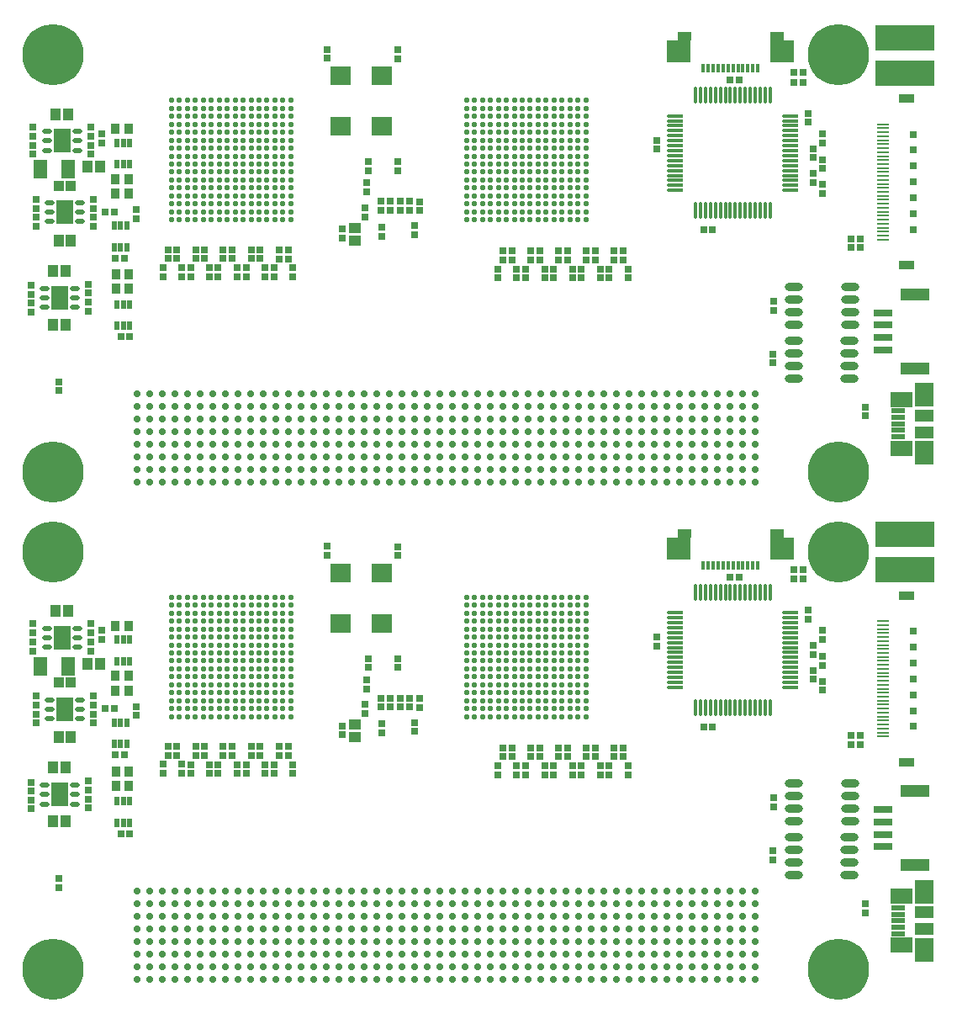
<source format=gts>
G04 Layer_Color=8388736*
%FSLAX44Y44*%
%MOMM*%
G71*
G01*
G75*
%ADD89R,0.7100X0.7100*%
%ADD90R,0.8000X0.8000*%
%ADD91R,0.8000X0.8000*%
%ADD92O,1.6400X0.3700*%
%ADD93O,0.3700X1.6400*%
%ADD94R,1.9800X1.2550*%
%ADD95R,1.9800X2.4550*%
%ADD96R,2.1800X1.5550*%
%ADD97R,1.4600X0.5300*%
%ADD98R,1.1800X0.2800*%
%ADD99R,1.6300X0.8800*%
%ADD100R,0.7600X0.6600*%
%ADD101R,0.7100X0.7100*%
%ADD102R,0.9600X1.1100*%
%ADD103R,0.5500X0.9000*%
%ADD104R,1.7300X2.4800*%
%ADD105O,0.9800X0.4800*%
%ADD106R,1.1100X1.1600*%
%ADD107R,1.0300X1.0800*%
%ADD108R,1.1600X1.1100*%
%ADD109R,2.1400X1.9400*%
%ADD110C,0.5600*%
%ADD111C,0.7350*%
%ADD112R,0.3800X0.8800*%
%ADD113R,1.3800X0.9300*%
%ADD114R,2.4800X2.2800*%
%ADD115O,1.8100X0.8100*%
%ADD116R,2.8600X1.1600*%
%ADD117R,1.8600X0.7600*%
%ADD118R,1.4800X1.8800*%
%ADD119R,5.9600X2.6100*%
%ADD120C,0.1600*%
%ADD121C,6.1600*%
D89*
X607280Y559885D02*
D03*
Y550885D02*
D03*
X376780Y557885D02*
D03*
Y548885D02*
D03*
X342280Y625385D02*
D03*
Y634385D02*
D03*
X839280Y516385D02*
D03*
Y507385D02*
D03*
X830280Y516385D02*
D03*
Y507385D02*
D03*
X867280Y516385D02*
D03*
Y507385D02*
D03*
X858280Y516385D02*
D03*
Y507385D02*
D03*
X844280Y498385D02*
D03*
Y489385D02*
D03*
X825280Y498385D02*
D03*
Y489385D02*
D03*
X811280Y516385D02*
D03*
Y507385D02*
D03*
X802280Y516385D02*
D03*
Y507385D02*
D03*
X872280Y498385D02*
D03*
Y489385D02*
D03*
X853280Y498385D02*
D03*
Y489385D02*
D03*
X783280Y516385D02*
D03*
Y507385D02*
D03*
X774280Y516385D02*
D03*
Y507385D02*
D03*
X760280Y498385D02*
D03*
Y489385D02*
D03*
X741280Y498385D02*
D03*
Y489385D02*
D03*
X755280Y516385D02*
D03*
Y507385D02*
D03*
X746280Y516385D02*
D03*
Y507385D02*
D03*
X769280Y489385D02*
D03*
Y498385D02*
D03*
X788280Y489385D02*
D03*
Y498385D02*
D03*
X797280Y489385D02*
D03*
Y498385D02*
D03*
X816280Y489385D02*
D03*
Y498385D02*
D03*
X1096780Y528885D02*
D03*
Y519885D02*
D03*
X1105784Y528890D02*
D03*
Y519890D02*
D03*
X624280Y540385D02*
D03*
Y531385D02*
D03*
X632780Y557385D02*
D03*
Y566385D02*
D03*
X276280Y550385D02*
D03*
Y541385D02*
D03*
X334280Y550385D02*
D03*
Y541385D02*
D03*
X271030Y463885D02*
D03*
Y454885D02*
D03*
X276280Y559385D02*
D03*
Y568385D02*
D03*
X271030Y472885D02*
D03*
Y481885D02*
D03*
X329030Y482885D02*
D03*
Y473885D02*
D03*
X652280Y566385D02*
D03*
Y557385D02*
D03*
X642780Y557385D02*
D03*
Y566385D02*
D03*
X609280Y584885D02*
D03*
Y575885D02*
D03*
X623280Y566385D02*
D03*
Y557385D02*
D03*
X569780Y710385D02*
D03*
Y719385D02*
D03*
X530080Y517585D02*
D03*
X521080D02*
D03*
X501780Y517685D02*
D03*
Y508685D02*
D03*
X492780Y517685D02*
D03*
Y508685D02*
D03*
X473680Y517685D02*
D03*
X464680Y517685D02*
D03*
X445880Y517685D02*
D03*
Y508685D02*
D03*
X436880Y517685D02*
D03*
Y508685D02*
D03*
X418180Y517785D02*
D03*
Y508785D02*
D03*
X409180Y517785D02*
D03*
Y508785D02*
D03*
X450880Y499685D02*
D03*
Y490685D02*
D03*
X431880Y499685D02*
D03*
Y490685D02*
D03*
X516080Y499585D02*
D03*
Y490585D02*
D03*
X535080Y499585D02*
D03*
Y490585D02*
D03*
X487780Y499685D02*
D03*
Y490685D02*
D03*
X506780Y499685D02*
D03*
Y490685D02*
D03*
X423180Y490785D02*
D03*
Y499785D02*
D03*
X404180Y490785D02*
D03*
Y499785D02*
D03*
X459680Y490685D02*
D03*
Y499685D02*
D03*
X478680Y490685D02*
D03*
Y499685D02*
D03*
X464680Y508685D02*
D03*
X473680Y508685D02*
D03*
X530080Y508585D02*
D03*
X521080D02*
D03*
X1058780Y594385D02*
D03*
Y585385D02*
D03*
X329030Y455885D02*
D03*
Y464885D02*
D03*
X334280Y559385D02*
D03*
Y568385D02*
D03*
X331284Y622640D02*
D03*
Y613640D02*
D03*
Y641140D02*
D03*
Y632140D02*
D03*
X273280Y622885D02*
D03*
Y613885D02*
D03*
X273284Y632140D02*
D03*
Y641140D02*
D03*
X1058780Y619385D02*
D03*
Y610385D02*
D03*
X1067780Y608385D02*
D03*
Y599385D02*
D03*
Y583385D02*
D03*
Y574385D02*
D03*
Y634385D02*
D03*
Y625385D02*
D03*
X607280Y1059875D02*
D03*
Y1050875D02*
D03*
X376780Y1057875D02*
D03*
Y1048875D02*
D03*
X342280Y1125375D02*
D03*
Y1134375D02*
D03*
X839280Y1016375D02*
D03*
Y1007375D02*
D03*
X830280Y1016375D02*
D03*
Y1007375D02*
D03*
X867280Y1016375D02*
D03*
Y1007375D02*
D03*
X858280Y1016375D02*
D03*
Y1007375D02*
D03*
X844280Y998375D02*
D03*
Y989375D02*
D03*
X825280Y998375D02*
D03*
Y989375D02*
D03*
X811280Y1016375D02*
D03*
Y1007375D02*
D03*
X802280Y1016375D02*
D03*
Y1007375D02*
D03*
X872280Y998375D02*
D03*
Y989375D02*
D03*
X853280Y998375D02*
D03*
Y989375D02*
D03*
X783280Y1016375D02*
D03*
Y1007375D02*
D03*
X774280Y1016375D02*
D03*
Y1007375D02*
D03*
X760280Y998375D02*
D03*
Y989375D02*
D03*
X741280Y998375D02*
D03*
Y989375D02*
D03*
X755280Y1016375D02*
D03*
Y1007375D02*
D03*
X746280Y1016375D02*
D03*
Y1007375D02*
D03*
X769280Y989375D02*
D03*
Y998375D02*
D03*
X788280Y989375D02*
D03*
Y998375D02*
D03*
X797280Y989375D02*
D03*
Y998375D02*
D03*
X816280Y989375D02*
D03*
Y998375D02*
D03*
X1096780Y1028875D02*
D03*
Y1019875D02*
D03*
X1105784Y1028880D02*
D03*
Y1019880D02*
D03*
X624280Y1040375D02*
D03*
Y1031375D02*
D03*
X632780Y1057375D02*
D03*
Y1066375D02*
D03*
X276280Y1050375D02*
D03*
Y1041375D02*
D03*
X334280Y1050375D02*
D03*
Y1041375D02*
D03*
X271030Y963875D02*
D03*
Y954875D02*
D03*
X276280Y1059375D02*
D03*
Y1068375D02*
D03*
X271030Y972875D02*
D03*
Y981875D02*
D03*
X329030Y982875D02*
D03*
Y973875D02*
D03*
X652280Y1066375D02*
D03*
Y1057375D02*
D03*
X642780Y1057375D02*
D03*
Y1066375D02*
D03*
X609280Y1084875D02*
D03*
Y1075875D02*
D03*
X623280Y1066375D02*
D03*
Y1057375D02*
D03*
X569780Y1210375D02*
D03*
Y1219375D02*
D03*
X530080Y1017575D02*
D03*
X521080D02*
D03*
X501780Y1017675D02*
D03*
Y1008675D02*
D03*
X492780Y1017675D02*
D03*
Y1008675D02*
D03*
X473680Y1017675D02*
D03*
X464680Y1017675D02*
D03*
X445880Y1017675D02*
D03*
Y1008675D02*
D03*
X436880Y1017675D02*
D03*
Y1008675D02*
D03*
X418180Y1017775D02*
D03*
Y1008775D02*
D03*
X409180Y1017775D02*
D03*
Y1008775D02*
D03*
X450880Y999675D02*
D03*
Y990675D02*
D03*
X431880Y999675D02*
D03*
Y990675D02*
D03*
X516080Y999575D02*
D03*
Y990575D02*
D03*
X535080Y999575D02*
D03*
Y990575D02*
D03*
X487780Y999675D02*
D03*
Y990675D02*
D03*
X506780Y999675D02*
D03*
Y990675D02*
D03*
X423180Y990775D02*
D03*
Y999775D02*
D03*
X404180Y990775D02*
D03*
Y999775D02*
D03*
X459680Y990675D02*
D03*
Y999675D02*
D03*
X478680Y990675D02*
D03*
Y999675D02*
D03*
X464680Y1008675D02*
D03*
X473680Y1008675D02*
D03*
X530080Y1008575D02*
D03*
X521080D02*
D03*
X1058780Y1094375D02*
D03*
Y1085375D02*
D03*
X329030Y955875D02*
D03*
Y964875D02*
D03*
X334280Y1059375D02*
D03*
Y1068375D02*
D03*
X331284Y1122630D02*
D03*
Y1113630D02*
D03*
Y1141130D02*
D03*
Y1132130D02*
D03*
X273280Y1122875D02*
D03*
Y1113875D02*
D03*
X273284Y1132130D02*
D03*
Y1141130D02*
D03*
X1058780Y1119375D02*
D03*
Y1110375D02*
D03*
X1067780Y1108375D02*
D03*
Y1099375D02*
D03*
Y1083375D02*
D03*
Y1074375D02*
D03*
Y1134375D02*
D03*
Y1125375D02*
D03*
D90*
X957280Y537385D02*
D03*
X948280D02*
D03*
X975280Y688385D02*
D03*
X984280D02*
D03*
X957280Y1037375D02*
D03*
X948280D02*
D03*
X975280Y1188375D02*
D03*
X984280D02*
D03*
D91*
X901280Y618885D02*
D03*
Y627885D02*
D03*
X1053780Y654885D02*
D03*
Y645885D02*
D03*
X1111280Y350385D02*
D03*
Y359385D02*
D03*
X640780Y606385D02*
D03*
Y597385D02*
D03*
X611280Y606385D02*
D03*
Y597385D02*
D03*
X662280Y565885D02*
D03*
Y556885D02*
D03*
X657780Y541885D02*
D03*
Y532885D02*
D03*
X584780Y538385D02*
D03*
Y529385D02*
D03*
X1019280Y465885D02*
D03*
Y456885D02*
D03*
X1017780Y412885D02*
D03*
Y403885D02*
D03*
X640280Y718885D02*
D03*
Y709885D02*
D03*
X299280Y375885D02*
D03*
Y384885D02*
D03*
X901280Y1118875D02*
D03*
Y1127875D02*
D03*
X1053780Y1154875D02*
D03*
Y1145875D02*
D03*
X1111280Y850375D02*
D03*
Y859375D02*
D03*
X640780Y1106375D02*
D03*
Y1097375D02*
D03*
X611280Y1106375D02*
D03*
Y1097375D02*
D03*
X662280Y1065875D02*
D03*
Y1056875D02*
D03*
X657780Y1041875D02*
D03*
Y1032875D02*
D03*
X584780Y1038375D02*
D03*
Y1029375D02*
D03*
X1019280Y965875D02*
D03*
Y956875D02*
D03*
X1017780Y912875D02*
D03*
Y903875D02*
D03*
X640280Y1218875D02*
D03*
Y1209875D02*
D03*
X299280Y875875D02*
D03*
Y884875D02*
D03*
D92*
X919780Y627385D02*
D03*
Y617385D02*
D03*
Y612385D02*
D03*
Y582385D02*
D03*
Y592385D02*
D03*
Y597385D02*
D03*
Y602385D02*
D03*
Y607385D02*
D03*
Y632385D02*
D03*
X1035780Y577385D02*
D03*
Y582385D02*
D03*
Y652385D02*
D03*
Y647385D02*
D03*
Y642385D02*
D03*
Y637385D02*
D03*
Y622385D02*
D03*
Y597385D02*
D03*
X919780Y577385D02*
D03*
Y587385D02*
D03*
Y622385D02*
D03*
Y637385D02*
D03*
Y642385D02*
D03*
Y647385D02*
D03*
Y652385D02*
D03*
X1035780Y632385D02*
D03*
Y627385D02*
D03*
Y617385D02*
D03*
Y612385D02*
D03*
Y607385D02*
D03*
Y602385D02*
D03*
Y592385D02*
D03*
Y587385D02*
D03*
X919780Y1127375D02*
D03*
Y1117375D02*
D03*
Y1112375D02*
D03*
Y1082375D02*
D03*
Y1092375D02*
D03*
Y1097375D02*
D03*
Y1102375D02*
D03*
Y1107375D02*
D03*
Y1132375D02*
D03*
X1035780Y1077375D02*
D03*
Y1082375D02*
D03*
Y1152375D02*
D03*
Y1147375D02*
D03*
Y1142375D02*
D03*
Y1137375D02*
D03*
Y1122375D02*
D03*
Y1097375D02*
D03*
X919780Y1077375D02*
D03*
Y1087375D02*
D03*
Y1122375D02*
D03*
Y1137375D02*
D03*
Y1142375D02*
D03*
Y1147375D02*
D03*
Y1152375D02*
D03*
X1035780Y1132375D02*
D03*
Y1127375D02*
D03*
Y1117375D02*
D03*
Y1112375D02*
D03*
Y1107375D02*
D03*
Y1102375D02*
D03*
Y1092375D02*
D03*
Y1087375D02*
D03*
D93*
X1005280Y556885D02*
D03*
X1000280D02*
D03*
X990280D02*
D03*
X985280D02*
D03*
X950280D02*
D03*
X955280D02*
D03*
X965280D02*
D03*
X970280D02*
D03*
X975280D02*
D03*
X980280D02*
D03*
X1010280D02*
D03*
X1015280D02*
D03*
X995280D02*
D03*
X960280D02*
D03*
X945280D02*
D03*
X940280D02*
D03*
Y672885D02*
D03*
X945280D02*
D03*
X950280D02*
D03*
X955280D02*
D03*
X960280D02*
D03*
X965280D02*
D03*
X970280D02*
D03*
X975280D02*
D03*
X980280D02*
D03*
X985280D02*
D03*
X990280D02*
D03*
X995280D02*
D03*
X1000280D02*
D03*
X1005280D02*
D03*
X1010280D02*
D03*
X1015280D02*
D03*
X1005280Y1056875D02*
D03*
X1000280D02*
D03*
X990280D02*
D03*
X985280D02*
D03*
X950280D02*
D03*
X955280D02*
D03*
X965280D02*
D03*
X970280D02*
D03*
X975280D02*
D03*
X980280D02*
D03*
X1010280D02*
D03*
X1015280D02*
D03*
X995280D02*
D03*
X960280D02*
D03*
X945280D02*
D03*
X940280D02*
D03*
Y1172875D02*
D03*
X945280D02*
D03*
X950280D02*
D03*
X955280D02*
D03*
X960280D02*
D03*
X965280D02*
D03*
X970280D02*
D03*
X975280D02*
D03*
X980280D02*
D03*
X985280D02*
D03*
X990280D02*
D03*
X995280D02*
D03*
X1000280D02*
D03*
X1005280D02*
D03*
X1010280D02*
D03*
X1015280D02*
D03*
D94*
X1170600Y350875D02*
D03*
Y334125D02*
D03*
Y850865D02*
D03*
Y834115D02*
D03*
D95*
Y371625D02*
D03*
Y313375D02*
D03*
Y871615D02*
D03*
Y813365D02*
D03*
D96*
X1147600Y367125D02*
D03*
Y317875D02*
D03*
Y867115D02*
D03*
Y817865D02*
D03*
D97*
X1144000Y355500D02*
D03*
Y349000D02*
D03*
Y342500D02*
D03*
Y336000D02*
D03*
Y329500D02*
D03*
Y855490D02*
D03*
Y848990D02*
D03*
Y842490D02*
D03*
Y835990D02*
D03*
Y829490D02*
D03*
D98*
X1128780Y603885D02*
D03*
Y599885D02*
D03*
Y595885D02*
D03*
Y591885D02*
D03*
Y587885D02*
D03*
Y583885D02*
D03*
Y579885D02*
D03*
Y575885D02*
D03*
Y571885D02*
D03*
Y567885D02*
D03*
Y563885D02*
D03*
Y559885D02*
D03*
Y555885D02*
D03*
Y551885D02*
D03*
Y547885D02*
D03*
Y543885D02*
D03*
Y539885D02*
D03*
Y535885D02*
D03*
Y531885D02*
D03*
Y527885D02*
D03*
Y627885D02*
D03*
Y623885D02*
D03*
Y635885D02*
D03*
Y631885D02*
D03*
Y611885D02*
D03*
Y607885D02*
D03*
Y619885D02*
D03*
Y615885D02*
D03*
Y643885D02*
D03*
Y639885D02*
D03*
Y1103875D02*
D03*
Y1099875D02*
D03*
Y1095875D02*
D03*
Y1091875D02*
D03*
Y1087875D02*
D03*
Y1083875D02*
D03*
Y1079875D02*
D03*
Y1075875D02*
D03*
Y1071875D02*
D03*
Y1067875D02*
D03*
Y1063875D02*
D03*
Y1059875D02*
D03*
Y1055875D02*
D03*
Y1051875D02*
D03*
Y1047875D02*
D03*
Y1043875D02*
D03*
Y1039875D02*
D03*
Y1035875D02*
D03*
Y1031875D02*
D03*
Y1027875D02*
D03*
Y1127875D02*
D03*
Y1123875D02*
D03*
Y1135875D02*
D03*
Y1131875D02*
D03*
Y1111875D02*
D03*
Y1107875D02*
D03*
Y1119875D02*
D03*
Y1115875D02*
D03*
Y1143875D02*
D03*
Y1139875D02*
D03*
D99*
X1152780Y669885D02*
D03*
Y501885D02*
D03*
Y1169875D02*
D03*
Y1001875D02*
D03*
D100*
X1159080Y585885D02*
D03*
Y601885D02*
D03*
Y617885D02*
D03*
Y633885D02*
D03*
Y569885D02*
D03*
Y553885D02*
D03*
Y537885D02*
D03*
Y1085875D02*
D03*
Y1101875D02*
D03*
Y1117875D02*
D03*
Y1133875D02*
D03*
Y1069875D02*
D03*
Y1053875D02*
D03*
Y1037875D02*
D03*
D101*
X1039280Y695885D02*
D03*
X1048280D02*
D03*
X1048285Y686381D02*
D03*
X1039285D02*
D03*
X370780Y429885D02*
D03*
X361780D02*
D03*
X365280Y509385D02*
D03*
X356280D02*
D03*
X354780Y555885D02*
D03*
X345780D02*
D03*
X1039280Y1195875D02*
D03*
X1048280D02*
D03*
X1048285Y1186371D02*
D03*
X1039285D02*
D03*
X370780Y929875D02*
D03*
X361780D02*
D03*
X365280Y1009375D02*
D03*
X356280D02*
D03*
X354780Y1055875D02*
D03*
X345780D02*
D03*
D102*
X356780Y492885D02*
D03*
X369780D02*
D03*
X356780Y478385D02*
D03*
X369780D02*
D03*
X356280Y588885D02*
D03*
X369280D02*
D03*
X356280Y573885D02*
D03*
X369280D02*
D03*
X356280Y639385D02*
D03*
X369280D02*
D03*
X356780Y992875D02*
D03*
X369780D02*
D03*
X356780Y978375D02*
D03*
X369780D02*
D03*
X356280Y1088875D02*
D03*
X369280D02*
D03*
X356280Y1073875D02*
D03*
X369280D02*
D03*
X356280Y1139375D02*
D03*
X369280D02*
D03*
D103*
X357785Y441131D02*
D03*
X364285D02*
D03*
X370785D02*
D03*
Y462631D02*
D03*
X364285D02*
D03*
X357785D02*
D03*
X367785Y541639D02*
D03*
X361285D02*
D03*
X354785D02*
D03*
Y520139D02*
D03*
X361285D02*
D03*
X367785D02*
D03*
X357785Y603631D02*
D03*
X364285D02*
D03*
X370785D02*
D03*
Y625131D02*
D03*
X364285D02*
D03*
X357785D02*
D03*
X357785Y941121D02*
D03*
X364285D02*
D03*
X370785D02*
D03*
Y962621D02*
D03*
X364285D02*
D03*
X357785D02*
D03*
X367785Y1041629D02*
D03*
X361285D02*
D03*
X354785D02*
D03*
Y1020129D02*
D03*
X361285D02*
D03*
X367785D02*
D03*
X357785Y1103621D02*
D03*
X364285D02*
D03*
X370785D02*
D03*
Y1125121D02*
D03*
X364285D02*
D03*
X357785D02*
D03*
D104*
X305280Y555385D02*
D03*
X299780Y469385D02*
D03*
X302280Y627135D02*
D03*
X305280Y1055375D02*
D03*
X299780Y969375D02*
D03*
X302280Y1127125D02*
D03*
D105*
X320530Y564885D02*
D03*
Y555385D02*
D03*
Y545885D02*
D03*
X290030D02*
D03*
Y555385D02*
D03*
Y564885D02*
D03*
X315030Y478885D02*
D03*
Y469385D02*
D03*
Y459885D02*
D03*
X284530D02*
D03*
Y469385D02*
D03*
Y478885D02*
D03*
X317530Y636635D02*
D03*
Y627135D02*
D03*
Y617635D02*
D03*
X287030D02*
D03*
Y627135D02*
D03*
Y636635D02*
D03*
X320530Y1064875D02*
D03*
Y1055375D02*
D03*
Y1045875D02*
D03*
X290030D02*
D03*
Y1055375D02*
D03*
Y1064875D02*
D03*
X315030Y978875D02*
D03*
Y969375D02*
D03*
Y959875D02*
D03*
X284530D02*
D03*
Y969375D02*
D03*
Y978875D02*
D03*
X317530Y1136625D02*
D03*
Y1127125D02*
D03*
Y1117625D02*
D03*
X287030D02*
D03*
Y1127125D02*
D03*
Y1136625D02*
D03*
D106*
X299030Y526885D02*
D03*
X311530D02*
D03*
X293530Y442385D02*
D03*
X306030D02*
D03*
X293530Y496385D02*
D03*
X306030D02*
D03*
X340530Y600885D02*
D03*
X328030D02*
D03*
X296034Y654140D02*
D03*
X308534D02*
D03*
X299030Y1026875D02*
D03*
X311530D02*
D03*
X293530Y942375D02*
D03*
X306030D02*
D03*
X293530Y996375D02*
D03*
X306030D02*
D03*
X340530Y1100875D02*
D03*
X328030D02*
D03*
X296034Y1154130D02*
D03*
X308534D02*
D03*
D107*
X299030Y581885D02*
D03*
X311530D02*
D03*
X299030Y1081875D02*
D03*
X311530D02*
D03*
D108*
X597280Y527135D02*
D03*
Y539635D02*
D03*
Y1027125D02*
D03*
Y1039625D02*
D03*
D109*
X624780Y692685D02*
D03*
Y641885D02*
D03*
X582780D02*
D03*
Y692685D02*
D03*
X624780Y1192675D02*
D03*
Y1141875D02*
D03*
X582780D02*
D03*
Y1192675D02*
D03*
D110*
X532780Y547885D02*
D03*
X524780D02*
D03*
X516780D02*
D03*
X508780D02*
D03*
X500780D02*
D03*
X492780D02*
D03*
X484780D02*
D03*
X476780D02*
D03*
X468780D02*
D03*
X460780D02*
D03*
X452780D02*
D03*
X444780D02*
D03*
X436780D02*
D03*
X428780D02*
D03*
X420780D02*
D03*
X412780D02*
D03*
X532780Y555885D02*
D03*
X524780D02*
D03*
X516780D02*
D03*
X508780D02*
D03*
X500780D02*
D03*
X492780D02*
D03*
X484780D02*
D03*
X476780D02*
D03*
X468780D02*
D03*
X460780D02*
D03*
X452780D02*
D03*
X444780D02*
D03*
X436780D02*
D03*
X428780D02*
D03*
X420780D02*
D03*
X412780D02*
D03*
X532780Y563885D02*
D03*
X524780D02*
D03*
X516780D02*
D03*
X508780D02*
D03*
X500780D02*
D03*
X492780D02*
D03*
X484780D02*
D03*
X476780D02*
D03*
X468780D02*
D03*
X460780D02*
D03*
X452780D02*
D03*
X444780D02*
D03*
X436780D02*
D03*
X428780D02*
D03*
X420780D02*
D03*
X412780D02*
D03*
X532780Y571885D02*
D03*
X524780D02*
D03*
X516780D02*
D03*
X508780D02*
D03*
X500780D02*
D03*
X492780D02*
D03*
X484780D02*
D03*
X476780D02*
D03*
X468780D02*
D03*
X460780D02*
D03*
X452780D02*
D03*
X444780D02*
D03*
X436780D02*
D03*
X428780D02*
D03*
X420780D02*
D03*
X412780D02*
D03*
X532780Y579885D02*
D03*
X524780D02*
D03*
X516780D02*
D03*
X508780D02*
D03*
X500780D02*
D03*
X492780D02*
D03*
X484780D02*
D03*
X476780D02*
D03*
X468780D02*
D03*
X460780D02*
D03*
X452780D02*
D03*
X444780D02*
D03*
X436780D02*
D03*
X428780D02*
D03*
X420780D02*
D03*
X412780D02*
D03*
X532780Y587885D02*
D03*
X524780D02*
D03*
X516780D02*
D03*
X508780D02*
D03*
X500780D02*
D03*
X492780D02*
D03*
X484780D02*
D03*
X476780D02*
D03*
X468780D02*
D03*
X460780D02*
D03*
X452780D02*
D03*
X444780D02*
D03*
X436780D02*
D03*
X428780D02*
D03*
X420780D02*
D03*
X412780D02*
D03*
X532780Y595885D02*
D03*
X524780D02*
D03*
X516780D02*
D03*
X508780D02*
D03*
X500780D02*
D03*
X492780D02*
D03*
X484780D02*
D03*
X476780D02*
D03*
X468780D02*
D03*
X460780D02*
D03*
X452780D02*
D03*
X444780D02*
D03*
X436780D02*
D03*
X428780D02*
D03*
X420780D02*
D03*
X412780D02*
D03*
X532780Y603885D02*
D03*
X524780D02*
D03*
X516780D02*
D03*
X508780D02*
D03*
X500780D02*
D03*
X492780D02*
D03*
X484780D02*
D03*
X476780D02*
D03*
X468780D02*
D03*
X460780D02*
D03*
X452780D02*
D03*
X444780D02*
D03*
X436780D02*
D03*
X428780D02*
D03*
X420780D02*
D03*
X412780D02*
D03*
X532780Y611885D02*
D03*
X524780D02*
D03*
X516780D02*
D03*
X508780D02*
D03*
X500780D02*
D03*
X492780D02*
D03*
X484780D02*
D03*
X476780D02*
D03*
X468780D02*
D03*
X460780D02*
D03*
X452780D02*
D03*
X444780D02*
D03*
X436780D02*
D03*
X428780D02*
D03*
X420780D02*
D03*
X412780D02*
D03*
X532780Y619885D02*
D03*
X524780D02*
D03*
X516780D02*
D03*
X508780D02*
D03*
X500780D02*
D03*
X492780D02*
D03*
X484780D02*
D03*
X476780D02*
D03*
X468780D02*
D03*
X460780D02*
D03*
X452780D02*
D03*
X444780D02*
D03*
X436780D02*
D03*
X428780D02*
D03*
X420780D02*
D03*
X412780D02*
D03*
X532780Y627885D02*
D03*
X524780D02*
D03*
X516780D02*
D03*
X508780D02*
D03*
X500780D02*
D03*
X492780D02*
D03*
X484780D02*
D03*
X476780D02*
D03*
X468780D02*
D03*
X460780D02*
D03*
X452780D02*
D03*
X444780D02*
D03*
X436780D02*
D03*
X428780D02*
D03*
X420780D02*
D03*
X412780D02*
D03*
X532780Y635885D02*
D03*
X524780D02*
D03*
X516780D02*
D03*
X508780D02*
D03*
X500780D02*
D03*
X492780D02*
D03*
X484780D02*
D03*
X476780D02*
D03*
X468780D02*
D03*
X460780D02*
D03*
X452780D02*
D03*
X444780D02*
D03*
X436780D02*
D03*
X428780D02*
D03*
X420780D02*
D03*
X412780D02*
D03*
X532780Y643885D02*
D03*
X524780D02*
D03*
X516780D02*
D03*
X508780D02*
D03*
X500780D02*
D03*
X492780D02*
D03*
X484780D02*
D03*
X476780D02*
D03*
X468780D02*
D03*
X460780D02*
D03*
X452780D02*
D03*
X444780D02*
D03*
X436780D02*
D03*
X428780D02*
D03*
X420780D02*
D03*
X412780D02*
D03*
X532780Y651885D02*
D03*
X524780D02*
D03*
X516780D02*
D03*
X508780D02*
D03*
X500780D02*
D03*
X492780D02*
D03*
X484780D02*
D03*
X476780D02*
D03*
X468780D02*
D03*
X460780D02*
D03*
X452780D02*
D03*
X444780D02*
D03*
X436780D02*
D03*
X428780D02*
D03*
X420780D02*
D03*
X412780D02*
D03*
X532780Y659885D02*
D03*
X524780D02*
D03*
X516780D02*
D03*
X508780D02*
D03*
X500780D02*
D03*
X492780D02*
D03*
X484780D02*
D03*
X476780D02*
D03*
X468780D02*
D03*
X460780D02*
D03*
X452780D02*
D03*
X444780D02*
D03*
X436780D02*
D03*
X428780D02*
D03*
X420780D02*
D03*
X412780D02*
D03*
X532780Y667885D02*
D03*
X524780D02*
D03*
X516780D02*
D03*
X508780D02*
D03*
X500780D02*
D03*
X492780D02*
D03*
X484780D02*
D03*
X476780D02*
D03*
X468780D02*
D03*
X460780D02*
D03*
X452780D02*
D03*
X444780D02*
D03*
X436780D02*
D03*
X428780D02*
D03*
X420780D02*
D03*
X412780D02*
D03*
X829780Y547885D02*
D03*
X821780D02*
D03*
X813780D02*
D03*
X805780D02*
D03*
X797780D02*
D03*
X789780D02*
D03*
X781780D02*
D03*
X773780D02*
D03*
X765780D02*
D03*
X757780D02*
D03*
X749780D02*
D03*
X741780D02*
D03*
X733780D02*
D03*
X725780D02*
D03*
X717780D02*
D03*
X709780D02*
D03*
X829780Y555885D02*
D03*
X821780D02*
D03*
X813780D02*
D03*
X805780D02*
D03*
X797780D02*
D03*
X789780D02*
D03*
X781780D02*
D03*
X773780D02*
D03*
X765780D02*
D03*
X757780D02*
D03*
X749780D02*
D03*
X741780D02*
D03*
X733780D02*
D03*
X725780D02*
D03*
X717780D02*
D03*
X709780D02*
D03*
X829780Y563885D02*
D03*
X821780D02*
D03*
X813780D02*
D03*
X805780D02*
D03*
X797780D02*
D03*
X789780D02*
D03*
X781780D02*
D03*
X773780D02*
D03*
X765780D02*
D03*
X757780D02*
D03*
X749780D02*
D03*
X741780D02*
D03*
X733780D02*
D03*
X725780D02*
D03*
X717780D02*
D03*
X709780D02*
D03*
X829780Y571885D02*
D03*
X821780D02*
D03*
X813780D02*
D03*
X805780D02*
D03*
X797780D02*
D03*
X789780D02*
D03*
X781780D02*
D03*
X773780D02*
D03*
X765780D02*
D03*
X757780D02*
D03*
X749780D02*
D03*
X741780D02*
D03*
X733780D02*
D03*
X725780D02*
D03*
X717780D02*
D03*
X709780D02*
D03*
X829780Y579885D02*
D03*
X821780D02*
D03*
X813780D02*
D03*
X805780D02*
D03*
X797780D02*
D03*
X789780D02*
D03*
X781780D02*
D03*
X773780D02*
D03*
X765780D02*
D03*
X757780D02*
D03*
X749780D02*
D03*
X741780D02*
D03*
X733780D02*
D03*
X725780D02*
D03*
X717780D02*
D03*
X709780D02*
D03*
X829780Y587885D02*
D03*
X821780D02*
D03*
X813780D02*
D03*
X805780D02*
D03*
X797780D02*
D03*
X789780D02*
D03*
X781780D02*
D03*
X773780D02*
D03*
X765780D02*
D03*
X757780D02*
D03*
X749780D02*
D03*
X741780D02*
D03*
X733780D02*
D03*
X725780D02*
D03*
X717780D02*
D03*
X709780D02*
D03*
X829780Y595885D02*
D03*
X821780D02*
D03*
X813780D02*
D03*
X805780D02*
D03*
X797780D02*
D03*
X789780D02*
D03*
X781780D02*
D03*
X773780D02*
D03*
X765780D02*
D03*
X757780D02*
D03*
X749780D02*
D03*
X741780D02*
D03*
X733780D02*
D03*
X725780D02*
D03*
X717780D02*
D03*
X709780D02*
D03*
X829780Y603885D02*
D03*
X821780D02*
D03*
X813780D02*
D03*
X805780D02*
D03*
X797780D02*
D03*
X789780D02*
D03*
X781780D02*
D03*
X773780D02*
D03*
X765780D02*
D03*
X757780D02*
D03*
X749780D02*
D03*
X741780D02*
D03*
X733780D02*
D03*
X725780D02*
D03*
X717780D02*
D03*
X709780D02*
D03*
X829780Y611885D02*
D03*
X821780D02*
D03*
X813780D02*
D03*
X805780D02*
D03*
X797780D02*
D03*
X789780D02*
D03*
X781780D02*
D03*
X773780D02*
D03*
X765780D02*
D03*
X757780D02*
D03*
X749780D02*
D03*
X741780D02*
D03*
X733780D02*
D03*
X725780D02*
D03*
X717780D02*
D03*
X709780D02*
D03*
X829780Y619885D02*
D03*
X821780D02*
D03*
X813780D02*
D03*
X805780D02*
D03*
X797780D02*
D03*
X789780D02*
D03*
X781780D02*
D03*
X773780D02*
D03*
X765780D02*
D03*
X757780D02*
D03*
X749780D02*
D03*
X741780D02*
D03*
X733780D02*
D03*
X725780D02*
D03*
X717780D02*
D03*
X709780D02*
D03*
X829780Y627885D02*
D03*
X821780D02*
D03*
X813780D02*
D03*
X805780D02*
D03*
X797780D02*
D03*
X789780D02*
D03*
X781780D02*
D03*
X773780D02*
D03*
X765780D02*
D03*
X757780D02*
D03*
X749780D02*
D03*
X741780D02*
D03*
X733780D02*
D03*
X725780D02*
D03*
X717780D02*
D03*
X709780D02*
D03*
X829780Y635885D02*
D03*
X821780D02*
D03*
X813780D02*
D03*
X805780D02*
D03*
X797780D02*
D03*
X789780D02*
D03*
X781780D02*
D03*
X773780D02*
D03*
X765780D02*
D03*
X757780D02*
D03*
X749780D02*
D03*
X741780D02*
D03*
X733780D02*
D03*
X725780D02*
D03*
X717780D02*
D03*
X709780D02*
D03*
X829780Y643885D02*
D03*
X821780D02*
D03*
X813780D02*
D03*
X805780D02*
D03*
X797780D02*
D03*
X789780D02*
D03*
X781780D02*
D03*
X773780D02*
D03*
X765780D02*
D03*
X757780D02*
D03*
X749780D02*
D03*
X741780D02*
D03*
X733780D02*
D03*
X725780D02*
D03*
X717780D02*
D03*
X709780D02*
D03*
X829780Y651885D02*
D03*
X821780D02*
D03*
X813780D02*
D03*
X805780D02*
D03*
X797780D02*
D03*
X789780D02*
D03*
X781780D02*
D03*
X773780D02*
D03*
X765780D02*
D03*
X757780D02*
D03*
X749780D02*
D03*
X741780D02*
D03*
X733780D02*
D03*
X725780D02*
D03*
X717780D02*
D03*
X709780D02*
D03*
X829780Y659885D02*
D03*
X821780D02*
D03*
X813780D02*
D03*
X805780D02*
D03*
X797780D02*
D03*
X789780D02*
D03*
X781780D02*
D03*
X773780D02*
D03*
X765780D02*
D03*
X757780D02*
D03*
X749780D02*
D03*
X741780D02*
D03*
X733780D02*
D03*
X725780D02*
D03*
X717780D02*
D03*
X709780D02*
D03*
X829780Y667885D02*
D03*
X821780D02*
D03*
X813780D02*
D03*
X805780D02*
D03*
X797780D02*
D03*
X789780D02*
D03*
X781780D02*
D03*
X773780D02*
D03*
X765780D02*
D03*
X757780D02*
D03*
X749780D02*
D03*
X741780D02*
D03*
X733780D02*
D03*
X725780D02*
D03*
X717780D02*
D03*
X709780D02*
D03*
X532780Y1047875D02*
D03*
X524780D02*
D03*
X516780D02*
D03*
X508780D02*
D03*
X500780D02*
D03*
X492780D02*
D03*
X484780D02*
D03*
X476780D02*
D03*
X468780D02*
D03*
X460780D02*
D03*
X452780D02*
D03*
X444780D02*
D03*
X436780D02*
D03*
X428780D02*
D03*
X420780D02*
D03*
X412780D02*
D03*
X532780Y1055875D02*
D03*
X524780D02*
D03*
X516780D02*
D03*
X508780D02*
D03*
X500780D02*
D03*
X492780D02*
D03*
X484780D02*
D03*
X476780D02*
D03*
X468780D02*
D03*
X460780D02*
D03*
X452780D02*
D03*
X444780D02*
D03*
X436780D02*
D03*
X428780D02*
D03*
X420780D02*
D03*
X412780D02*
D03*
X532780Y1063875D02*
D03*
X524780D02*
D03*
X516780D02*
D03*
X508780D02*
D03*
X500780D02*
D03*
X492780D02*
D03*
X484780D02*
D03*
X476780D02*
D03*
X468780D02*
D03*
X460780D02*
D03*
X452780D02*
D03*
X444780D02*
D03*
X436780D02*
D03*
X428780D02*
D03*
X420780D02*
D03*
X412780D02*
D03*
X532780Y1071875D02*
D03*
X524780D02*
D03*
X516780D02*
D03*
X508780D02*
D03*
X500780D02*
D03*
X492780D02*
D03*
X484780D02*
D03*
X476780D02*
D03*
X468780D02*
D03*
X460780D02*
D03*
X452780D02*
D03*
X444780D02*
D03*
X436780D02*
D03*
X428780D02*
D03*
X420780D02*
D03*
X412780D02*
D03*
X532780Y1079875D02*
D03*
X524780D02*
D03*
X516780D02*
D03*
X508780D02*
D03*
X500780D02*
D03*
X492780D02*
D03*
X484780D02*
D03*
X476780D02*
D03*
X468780D02*
D03*
X460780D02*
D03*
X452780D02*
D03*
X444780D02*
D03*
X436780D02*
D03*
X428780D02*
D03*
X420780D02*
D03*
X412780D02*
D03*
X532780Y1087875D02*
D03*
X524780D02*
D03*
X516780D02*
D03*
X508780D02*
D03*
X500780D02*
D03*
X492780D02*
D03*
X484780D02*
D03*
X476780D02*
D03*
X468780D02*
D03*
X460780D02*
D03*
X452780D02*
D03*
X444780D02*
D03*
X436780D02*
D03*
X428780D02*
D03*
X420780D02*
D03*
X412780D02*
D03*
X532780Y1095875D02*
D03*
X524780D02*
D03*
X516780D02*
D03*
X508780D02*
D03*
X500780D02*
D03*
X492780D02*
D03*
X484780D02*
D03*
X476780D02*
D03*
X468780D02*
D03*
X460780D02*
D03*
X452780D02*
D03*
X444780D02*
D03*
X436780D02*
D03*
X428780D02*
D03*
X420780D02*
D03*
X412780D02*
D03*
X532780Y1103875D02*
D03*
X524780D02*
D03*
X516780D02*
D03*
X508780D02*
D03*
X500780D02*
D03*
X492780D02*
D03*
X484780D02*
D03*
X476780D02*
D03*
X468780D02*
D03*
X460780D02*
D03*
X452780D02*
D03*
X444780D02*
D03*
X436780D02*
D03*
X428780D02*
D03*
X420780D02*
D03*
X412780D02*
D03*
X532780Y1111875D02*
D03*
X524780D02*
D03*
X516780D02*
D03*
X508780D02*
D03*
X500780D02*
D03*
X492780D02*
D03*
X484780D02*
D03*
X476780D02*
D03*
X468780D02*
D03*
X460780D02*
D03*
X452780D02*
D03*
X444780D02*
D03*
X436780D02*
D03*
X428780D02*
D03*
X420780D02*
D03*
X412780D02*
D03*
X532780Y1119875D02*
D03*
X524780D02*
D03*
X516780D02*
D03*
X508780D02*
D03*
X500780D02*
D03*
X492780D02*
D03*
X484780D02*
D03*
X476780D02*
D03*
X468780D02*
D03*
X460780D02*
D03*
X452780D02*
D03*
X444780D02*
D03*
X436780D02*
D03*
X428780D02*
D03*
X420780D02*
D03*
X412780D02*
D03*
X532780Y1127875D02*
D03*
X524780D02*
D03*
X516780D02*
D03*
X508780D02*
D03*
X500780D02*
D03*
X492780D02*
D03*
X484780D02*
D03*
X476780D02*
D03*
X468780D02*
D03*
X460780D02*
D03*
X452780D02*
D03*
X444780D02*
D03*
X436780D02*
D03*
X428780D02*
D03*
X420780D02*
D03*
X412780D02*
D03*
X532780Y1135875D02*
D03*
X524780D02*
D03*
X516780D02*
D03*
X508780D02*
D03*
X500780D02*
D03*
X492780D02*
D03*
X484780D02*
D03*
X476780D02*
D03*
X468780D02*
D03*
X460780D02*
D03*
X452780D02*
D03*
X444780D02*
D03*
X436780D02*
D03*
X428780D02*
D03*
X420780D02*
D03*
X412780D02*
D03*
X532780Y1143875D02*
D03*
X524780D02*
D03*
X516780D02*
D03*
X508780D02*
D03*
X500780D02*
D03*
X492780D02*
D03*
X484780D02*
D03*
X476780D02*
D03*
X468780D02*
D03*
X460780D02*
D03*
X452780D02*
D03*
X444780D02*
D03*
X436780D02*
D03*
X428780D02*
D03*
X420780D02*
D03*
X412780D02*
D03*
X532780Y1151875D02*
D03*
X524780D02*
D03*
X516780D02*
D03*
X508780D02*
D03*
X500780D02*
D03*
X492780D02*
D03*
X484780D02*
D03*
X476780D02*
D03*
X468780D02*
D03*
X460780D02*
D03*
X452780D02*
D03*
X444780D02*
D03*
X436780D02*
D03*
X428780D02*
D03*
X420780D02*
D03*
X412780D02*
D03*
X532780Y1159875D02*
D03*
X524780D02*
D03*
X516780D02*
D03*
X508780D02*
D03*
X500780D02*
D03*
X492780D02*
D03*
X484780D02*
D03*
X476780D02*
D03*
X468780D02*
D03*
X460780D02*
D03*
X452780D02*
D03*
X444780D02*
D03*
X436780D02*
D03*
X428780D02*
D03*
X420780D02*
D03*
X412780D02*
D03*
X532780Y1167875D02*
D03*
X524780D02*
D03*
X516780D02*
D03*
X508780D02*
D03*
X500780D02*
D03*
X492780D02*
D03*
X484780D02*
D03*
X476780D02*
D03*
X468780D02*
D03*
X460780D02*
D03*
X452780D02*
D03*
X444780D02*
D03*
X436780D02*
D03*
X428780D02*
D03*
X420780D02*
D03*
X412780D02*
D03*
X829780Y1047875D02*
D03*
X821780D02*
D03*
X813780D02*
D03*
X805780D02*
D03*
X797780D02*
D03*
X789780D02*
D03*
X781780D02*
D03*
X773780D02*
D03*
X765780D02*
D03*
X757780D02*
D03*
X749780D02*
D03*
X741780D02*
D03*
X733780D02*
D03*
X725780D02*
D03*
X717780D02*
D03*
X709780D02*
D03*
X829780Y1055875D02*
D03*
X821780D02*
D03*
X813780D02*
D03*
X805780D02*
D03*
X797780D02*
D03*
X789780D02*
D03*
X781780D02*
D03*
X773780D02*
D03*
X765780D02*
D03*
X757780D02*
D03*
X749780D02*
D03*
X741780D02*
D03*
X733780D02*
D03*
X725780D02*
D03*
X717780D02*
D03*
X709780D02*
D03*
X829780Y1063875D02*
D03*
X821780D02*
D03*
X813780D02*
D03*
X805780D02*
D03*
X797780D02*
D03*
X789780D02*
D03*
X781780D02*
D03*
X773780D02*
D03*
X765780D02*
D03*
X757780D02*
D03*
X749780D02*
D03*
X741780D02*
D03*
X733780D02*
D03*
X725780D02*
D03*
X717780D02*
D03*
X709780D02*
D03*
X829780Y1071875D02*
D03*
X821780D02*
D03*
X813780D02*
D03*
X805780D02*
D03*
X797780D02*
D03*
X789780D02*
D03*
X781780D02*
D03*
X773780D02*
D03*
X765780D02*
D03*
X757780D02*
D03*
X749780D02*
D03*
X741780D02*
D03*
X733780D02*
D03*
X725780D02*
D03*
X717780D02*
D03*
X709780D02*
D03*
X829780Y1079875D02*
D03*
X821780D02*
D03*
X813780D02*
D03*
X805780D02*
D03*
X797780D02*
D03*
X789780D02*
D03*
X781780D02*
D03*
X773780D02*
D03*
X765780D02*
D03*
X757780D02*
D03*
X749780D02*
D03*
X741780D02*
D03*
X733780D02*
D03*
X725780D02*
D03*
X717780D02*
D03*
X709780D02*
D03*
X829780Y1087875D02*
D03*
X821780D02*
D03*
X813780D02*
D03*
X805780D02*
D03*
X797780D02*
D03*
X789780D02*
D03*
X781780D02*
D03*
X773780D02*
D03*
X765780D02*
D03*
X757780D02*
D03*
X749780D02*
D03*
X741780D02*
D03*
X733780D02*
D03*
X725780D02*
D03*
X717780D02*
D03*
X709780D02*
D03*
X829780Y1095875D02*
D03*
X821780D02*
D03*
X813780D02*
D03*
X805780D02*
D03*
X797780D02*
D03*
X789780D02*
D03*
X781780D02*
D03*
X773780D02*
D03*
X765780D02*
D03*
X757780D02*
D03*
X749780D02*
D03*
X741780D02*
D03*
X733780D02*
D03*
X725780D02*
D03*
X717780D02*
D03*
X709780D02*
D03*
X829780Y1103875D02*
D03*
X821780D02*
D03*
X813780D02*
D03*
X805780D02*
D03*
X797780D02*
D03*
X789780D02*
D03*
X781780D02*
D03*
X773780D02*
D03*
X765780D02*
D03*
X757780D02*
D03*
X749780D02*
D03*
X741780D02*
D03*
X733780D02*
D03*
X725780D02*
D03*
X717780D02*
D03*
X709780D02*
D03*
X829780Y1111875D02*
D03*
X821780D02*
D03*
X813780D02*
D03*
X805780D02*
D03*
X797780D02*
D03*
X789780D02*
D03*
X781780D02*
D03*
X773780D02*
D03*
X765780D02*
D03*
X757780D02*
D03*
X749780D02*
D03*
X741780D02*
D03*
X733780D02*
D03*
X725780D02*
D03*
X717780D02*
D03*
X709780D02*
D03*
X829780Y1119875D02*
D03*
X821780D02*
D03*
X813780D02*
D03*
X805780D02*
D03*
X797780D02*
D03*
X789780D02*
D03*
X781780D02*
D03*
X773780D02*
D03*
X765780D02*
D03*
X757780D02*
D03*
X749780D02*
D03*
X741780D02*
D03*
X733780D02*
D03*
X725780D02*
D03*
X717780D02*
D03*
X709780D02*
D03*
X829780Y1127875D02*
D03*
X821780D02*
D03*
X813780D02*
D03*
X805780D02*
D03*
X797780D02*
D03*
X789780D02*
D03*
X781780D02*
D03*
X773780D02*
D03*
X765780D02*
D03*
X757780D02*
D03*
X749780D02*
D03*
X741780D02*
D03*
X733780D02*
D03*
X725780D02*
D03*
X717780D02*
D03*
X709780D02*
D03*
X829780Y1135875D02*
D03*
X821780D02*
D03*
X813780D02*
D03*
X805780D02*
D03*
X797780D02*
D03*
X789780D02*
D03*
X781780D02*
D03*
X773780D02*
D03*
X765780D02*
D03*
X757780D02*
D03*
X749780D02*
D03*
X741780D02*
D03*
X733780D02*
D03*
X725780D02*
D03*
X717780D02*
D03*
X709780D02*
D03*
X829780Y1143875D02*
D03*
X821780D02*
D03*
X813780D02*
D03*
X805780D02*
D03*
X797780D02*
D03*
X789780D02*
D03*
X781780D02*
D03*
X773780D02*
D03*
X765780D02*
D03*
X757780D02*
D03*
X749780D02*
D03*
X741780D02*
D03*
X733780D02*
D03*
X725780D02*
D03*
X717780D02*
D03*
X709780D02*
D03*
X829780Y1151875D02*
D03*
X821780D02*
D03*
X813780D02*
D03*
X805780D02*
D03*
X797780D02*
D03*
X789780D02*
D03*
X781780D02*
D03*
X773780D02*
D03*
X765780D02*
D03*
X757780D02*
D03*
X749780D02*
D03*
X741780D02*
D03*
X733780D02*
D03*
X725780D02*
D03*
X717780D02*
D03*
X709780D02*
D03*
X829780Y1159875D02*
D03*
X821780D02*
D03*
X813780D02*
D03*
X805780D02*
D03*
X797780D02*
D03*
X789780D02*
D03*
X781780D02*
D03*
X773780D02*
D03*
X765780D02*
D03*
X757780D02*
D03*
X749780D02*
D03*
X741780D02*
D03*
X733780D02*
D03*
X725780D02*
D03*
X717780D02*
D03*
X709780D02*
D03*
X829780Y1167875D02*
D03*
X821780D02*
D03*
X813780D02*
D03*
X805780D02*
D03*
X797780D02*
D03*
X789780D02*
D03*
X781780D02*
D03*
X773780D02*
D03*
X765780D02*
D03*
X757780D02*
D03*
X749780D02*
D03*
X741780D02*
D03*
X733780D02*
D03*
X725780D02*
D03*
X717780D02*
D03*
X709780D02*
D03*
D111*
X377623Y283435D02*
D03*
X390323D02*
D03*
X403023D02*
D03*
X415723D02*
D03*
X428423D02*
D03*
X441123D02*
D03*
X453823D02*
D03*
X466523D02*
D03*
X479223D02*
D03*
X491923D02*
D03*
X504623D02*
D03*
X517323D02*
D03*
X530023D02*
D03*
X542723D02*
D03*
X555423D02*
D03*
X568123D02*
D03*
X580823D02*
D03*
X593523D02*
D03*
X606223D02*
D03*
X618923D02*
D03*
X631623D02*
D03*
X644323D02*
D03*
X657023D02*
D03*
X669723D02*
D03*
X682423D02*
D03*
X695123D02*
D03*
X707823D02*
D03*
X720523D02*
D03*
X733223D02*
D03*
X745923D02*
D03*
X758623D02*
D03*
X771323D02*
D03*
X784023D02*
D03*
X796723D02*
D03*
X809423D02*
D03*
X822123D02*
D03*
X834823D02*
D03*
X847523D02*
D03*
X860223D02*
D03*
X872923D02*
D03*
X885623D02*
D03*
X898323D02*
D03*
X911023D02*
D03*
X923723D02*
D03*
X936423D02*
D03*
X949123D02*
D03*
X961823D02*
D03*
X974523D02*
D03*
X987223D02*
D03*
X999923D02*
D03*
X377623Y296135D02*
D03*
Y308835D02*
D03*
Y321535D02*
D03*
Y334235D02*
D03*
Y346935D02*
D03*
Y359635D02*
D03*
Y372335D02*
D03*
X390323D02*
D03*
X403023D02*
D03*
X415723D02*
D03*
X428423D02*
D03*
X441123D02*
D03*
X453823D02*
D03*
X466523D02*
D03*
X479223D02*
D03*
X491923D02*
D03*
X504623D02*
D03*
X517323D02*
D03*
X530023D02*
D03*
X542723D02*
D03*
X555423D02*
D03*
X568123D02*
D03*
X580823D02*
D03*
X593523D02*
D03*
X606223D02*
D03*
X618923D02*
D03*
X631623D02*
D03*
X644323D02*
D03*
X657023D02*
D03*
X669723D02*
D03*
X682423D02*
D03*
X695123D02*
D03*
X707823D02*
D03*
X720523D02*
D03*
X733223D02*
D03*
X745923D02*
D03*
X758623D02*
D03*
X771323D02*
D03*
X784023D02*
D03*
X796723D02*
D03*
X809423D02*
D03*
X822123D02*
D03*
X834823D02*
D03*
X847523D02*
D03*
X860223D02*
D03*
X872923D02*
D03*
X885623D02*
D03*
X898323D02*
D03*
X911023D02*
D03*
X923723D02*
D03*
X936423D02*
D03*
X949123D02*
D03*
X961823D02*
D03*
X974523D02*
D03*
X987223D02*
D03*
X999923D02*
D03*
X390323Y296135D02*
D03*
X403023D02*
D03*
X415723D02*
D03*
X428423D02*
D03*
X441123D02*
D03*
X453823D02*
D03*
X466523D02*
D03*
X479223D02*
D03*
X491923D02*
D03*
X504623D02*
D03*
X517323D02*
D03*
X530023D02*
D03*
X542723D02*
D03*
X555423D02*
D03*
X568123D02*
D03*
X580823D02*
D03*
X593523D02*
D03*
X606223D02*
D03*
X618923D02*
D03*
X631623D02*
D03*
X644323D02*
D03*
X657023D02*
D03*
X669723D02*
D03*
X682423D02*
D03*
X695123D02*
D03*
X707823D02*
D03*
X720523D02*
D03*
X733223D02*
D03*
X745923D02*
D03*
X758623D02*
D03*
X771323D02*
D03*
X784023D02*
D03*
X796723D02*
D03*
X809423D02*
D03*
X822123D02*
D03*
X834823D02*
D03*
X847523D02*
D03*
X860223D02*
D03*
X872923D02*
D03*
X885623D02*
D03*
X898323D02*
D03*
X911023D02*
D03*
X923723D02*
D03*
X936423D02*
D03*
X949123D02*
D03*
X961823D02*
D03*
X974523D02*
D03*
X987223D02*
D03*
X999923D02*
D03*
X390323Y308835D02*
D03*
X403023D02*
D03*
X415723D02*
D03*
X428423D02*
D03*
X441123D02*
D03*
X453823D02*
D03*
X466523D02*
D03*
X479223D02*
D03*
X491923D02*
D03*
X504623D02*
D03*
X517323D02*
D03*
X530023D02*
D03*
X542723D02*
D03*
X555423D02*
D03*
X568123D02*
D03*
X580823D02*
D03*
X593523D02*
D03*
X606223D02*
D03*
X618923D02*
D03*
X631623D02*
D03*
X644323D02*
D03*
X657023D02*
D03*
X669723D02*
D03*
X682423D02*
D03*
X695123D02*
D03*
X707823D02*
D03*
X720523D02*
D03*
X733223D02*
D03*
X745923D02*
D03*
X758623D02*
D03*
X771323D02*
D03*
X784023D02*
D03*
X796723D02*
D03*
X809423D02*
D03*
X822123D02*
D03*
X834823D02*
D03*
X847523D02*
D03*
X860223D02*
D03*
X872923D02*
D03*
X885623D02*
D03*
X898323D02*
D03*
X911023D02*
D03*
X923723D02*
D03*
X936423D02*
D03*
X949123D02*
D03*
X961823D02*
D03*
X974523D02*
D03*
X987223D02*
D03*
X999923D02*
D03*
X390323Y321535D02*
D03*
X403023D02*
D03*
X415723D02*
D03*
X428423D02*
D03*
X441123D02*
D03*
X453823D02*
D03*
X466523D02*
D03*
X479223D02*
D03*
X491923D02*
D03*
X504623D02*
D03*
X517323D02*
D03*
X530023D02*
D03*
X542723D02*
D03*
X555423D02*
D03*
X568123D02*
D03*
X580823D02*
D03*
X593523D02*
D03*
X606223D02*
D03*
X618923D02*
D03*
X631623D02*
D03*
X644323D02*
D03*
X657023D02*
D03*
X669723D02*
D03*
X682423D02*
D03*
X695123D02*
D03*
X707823D02*
D03*
X720523D02*
D03*
X733223D02*
D03*
X745923D02*
D03*
X758623D02*
D03*
X771323D02*
D03*
X784023D02*
D03*
X796723D02*
D03*
X809423D02*
D03*
X822123D02*
D03*
X834823D02*
D03*
X847523D02*
D03*
X860223D02*
D03*
X872923D02*
D03*
X885623D02*
D03*
X898323D02*
D03*
X911023D02*
D03*
X923723D02*
D03*
X936423D02*
D03*
X949123D02*
D03*
X961823D02*
D03*
X974523D02*
D03*
X987223D02*
D03*
X999923D02*
D03*
X390323Y334235D02*
D03*
X403023D02*
D03*
X415723D02*
D03*
X428423D02*
D03*
X441123D02*
D03*
X453823D02*
D03*
X466523D02*
D03*
X479223D02*
D03*
X491923D02*
D03*
X504623D02*
D03*
X517323D02*
D03*
X530023D02*
D03*
X542723D02*
D03*
X555423D02*
D03*
X568123D02*
D03*
X580823D02*
D03*
X593523D02*
D03*
X606223D02*
D03*
X618923D02*
D03*
X631623D02*
D03*
X644323D02*
D03*
X657023D02*
D03*
X669723D02*
D03*
X682423D02*
D03*
X695123D02*
D03*
X707823D02*
D03*
X720523D02*
D03*
X733223D02*
D03*
X745923D02*
D03*
X758623D02*
D03*
X771323D02*
D03*
X784023D02*
D03*
X796723D02*
D03*
X809423D02*
D03*
X822123D02*
D03*
X834823D02*
D03*
X847523D02*
D03*
X860223D02*
D03*
X872923D02*
D03*
X885623D02*
D03*
X898323D02*
D03*
X911023D02*
D03*
X923723D02*
D03*
X936423D02*
D03*
X949123D02*
D03*
X961823D02*
D03*
X974523D02*
D03*
X987223D02*
D03*
X999923D02*
D03*
X390323Y346935D02*
D03*
X403023D02*
D03*
X415723D02*
D03*
X428423D02*
D03*
X441123D02*
D03*
X453823D02*
D03*
X466523D02*
D03*
X479223D02*
D03*
X491923D02*
D03*
X504623D02*
D03*
X517323D02*
D03*
X530023D02*
D03*
X542723D02*
D03*
X555423D02*
D03*
X568123D02*
D03*
X580823D02*
D03*
X593523D02*
D03*
X606223D02*
D03*
X618923D02*
D03*
X631623D02*
D03*
X644323D02*
D03*
X657023D02*
D03*
X669723D02*
D03*
X682423D02*
D03*
X695123D02*
D03*
X707823D02*
D03*
X720523D02*
D03*
X733223D02*
D03*
X745923D02*
D03*
X758623D02*
D03*
X771323D02*
D03*
X784023D02*
D03*
X796723D02*
D03*
X809423D02*
D03*
X822123D02*
D03*
X834823D02*
D03*
X847523D02*
D03*
X860223D02*
D03*
X872923D02*
D03*
X885623D02*
D03*
X898323D02*
D03*
X911023D02*
D03*
X923723D02*
D03*
X936423D02*
D03*
X949123D02*
D03*
X961823D02*
D03*
X974523D02*
D03*
X987223D02*
D03*
X999923D02*
D03*
X390323Y359635D02*
D03*
X403023D02*
D03*
X415723D02*
D03*
X428423D02*
D03*
X441123D02*
D03*
X453823D02*
D03*
X466523D02*
D03*
X479223D02*
D03*
X491923D02*
D03*
X504623D02*
D03*
X517323D02*
D03*
X530023D02*
D03*
X542723D02*
D03*
X555423D02*
D03*
X568123D02*
D03*
X580823D02*
D03*
X593523D02*
D03*
X606223D02*
D03*
X618923D02*
D03*
X631623D02*
D03*
X644323D02*
D03*
X657023D02*
D03*
X669723D02*
D03*
X682423D02*
D03*
X695123D02*
D03*
X733223D02*
D03*
X745923D02*
D03*
X758623D02*
D03*
X771323D02*
D03*
X784023D02*
D03*
X796723D02*
D03*
X809423D02*
D03*
X822123D02*
D03*
X834823D02*
D03*
X847523D02*
D03*
X860223D02*
D03*
X872923D02*
D03*
X885623D02*
D03*
X898323D02*
D03*
X911023D02*
D03*
X923723D02*
D03*
X936423D02*
D03*
X949123D02*
D03*
X961823D02*
D03*
X974523D02*
D03*
X987223D02*
D03*
X999923D02*
D03*
X720523D02*
D03*
X707823D02*
D03*
X377623Y783425D02*
D03*
X390323D02*
D03*
X403023D02*
D03*
X415723D02*
D03*
X428423D02*
D03*
X441123D02*
D03*
X453823D02*
D03*
X466523D02*
D03*
X479223D02*
D03*
X491923D02*
D03*
X504623D02*
D03*
X517323D02*
D03*
X530023D02*
D03*
X542723D02*
D03*
X555423D02*
D03*
X568123D02*
D03*
X580823D02*
D03*
X593523D02*
D03*
X606223D02*
D03*
X618923D02*
D03*
X631623D02*
D03*
X644323D02*
D03*
X657023D02*
D03*
X669723D02*
D03*
X682423D02*
D03*
X695123D02*
D03*
X707823D02*
D03*
X720523D02*
D03*
X733223D02*
D03*
X745923D02*
D03*
X758623D02*
D03*
X771323D02*
D03*
X784023D02*
D03*
X796723D02*
D03*
X809423D02*
D03*
X822123D02*
D03*
X834823D02*
D03*
X847523D02*
D03*
X860223D02*
D03*
X872923D02*
D03*
X885623D02*
D03*
X898323D02*
D03*
X911023D02*
D03*
X923723D02*
D03*
X936423D02*
D03*
X949123D02*
D03*
X961823D02*
D03*
X974523D02*
D03*
X987223D02*
D03*
X999923D02*
D03*
X377623Y796125D02*
D03*
Y808825D02*
D03*
Y821525D02*
D03*
Y834225D02*
D03*
Y846925D02*
D03*
Y859625D02*
D03*
Y872325D02*
D03*
X390323D02*
D03*
X403023D02*
D03*
X415723D02*
D03*
X428423D02*
D03*
X441123D02*
D03*
X453823D02*
D03*
X466523D02*
D03*
X479223D02*
D03*
X491923D02*
D03*
X504623D02*
D03*
X517323D02*
D03*
X530023D02*
D03*
X542723D02*
D03*
X555423D02*
D03*
X568123D02*
D03*
X580823D02*
D03*
X593523D02*
D03*
X606223D02*
D03*
X618923D02*
D03*
X631623D02*
D03*
X644323D02*
D03*
X657023D02*
D03*
X669723D02*
D03*
X682423D02*
D03*
X695123D02*
D03*
X707823D02*
D03*
X720523D02*
D03*
X733223D02*
D03*
X745923D02*
D03*
X758623D02*
D03*
X771323D02*
D03*
X784023D02*
D03*
X796723D02*
D03*
X809423D02*
D03*
X822123D02*
D03*
X834823D02*
D03*
X847523D02*
D03*
X860223D02*
D03*
X872923D02*
D03*
X885623D02*
D03*
X898323D02*
D03*
X911023D02*
D03*
X923723D02*
D03*
X936423D02*
D03*
X949123D02*
D03*
X961823D02*
D03*
X974523D02*
D03*
X987223D02*
D03*
X999923D02*
D03*
X390323Y796125D02*
D03*
X403023D02*
D03*
X415723D02*
D03*
X428423D02*
D03*
X441123D02*
D03*
X453823D02*
D03*
X466523D02*
D03*
X479223D02*
D03*
X491923D02*
D03*
X504623D02*
D03*
X517323D02*
D03*
X530023D02*
D03*
X542723D02*
D03*
X555423D02*
D03*
X568123D02*
D03*
X580823D02*
D03*
X593523D02*
D03*
X606223D02*
D03*
X618923D02*
D03*
X631623D02*
D03*
X644323D02*
D03*
X657023D02*
D03*
X669723D02*
D03*
X682423D02*
D03*
X695123D02*
D03*
X707823D02*
D03*
X720523D02*
D03*
X733223D02*
D03*
X745923D02*
D03*
X758623D02*
D03*
X771323D02*
D03*
X784023D02*
D03*
X796723D02*
D03*
X809423D02*
D03*
X822123D02*
D03*
X834823D02*
D03*
X847523D02*
D03*
X860223D02*
D03*
X872923D02*
D03*
X885623D02*
D03*
X898323D02*
D03*
X911023D02*
D03*
X923723D02*
D03*
X936423D02*
D03*
X949123D02*
D03*
X961823D02*
D03*
X974523D02*
D03*
X987223D02*
D03*
X999923D02*
D03*
X390323Y808825D02*
D03*
X403023D02*
D03*
X415723D02*
D03*
X428423D02*
D03*
X441123D02*
D03*
X453823D02*
D03*
X466523D02*
D03*
X479223D02*
D03*
X491923D02*
D03*
X504623D02*
D03*
X517323D02*
D03*
X530023D02*
D03*
X542723D02*
D03*
X555423D02*
D03*
X568123D02*
D03*
X580823D02*
D03*
X593523D02*
D03*
X606223D02*
D03*
X618923D02*
D03*
X631623D02*
D03*
X644323D02*
D03*
X657023D02*
D03*
X669723D02*
D03*
X682423D02*
D03*
X695123D02*
D03*
X707823D02*
D03*
X720523D02*
D03*
X733223D02*
D03*
X745923D02*
D03*
X758623D02*
D03*
X771323D02*
D03*
X784023D02*
D03*
X796723D02*
D03*
X809423D02*
D03*
X822123D02*
D03*
X834823D02*
D03*
X847523D02*
D03*
X860223D02*
D03*
X872923D02*
D03*
X885623D02*
D03*
X898323D02*
D03*
X911023D02*
D03*
X923723D02*
D03*
X936423D02*
D03*
X949123D02*
D03*
X961823D02*
D03*
X974523D02*
D03*
X987223D02*
D03*
X999923D02*
D03*
X390323Y821525D02*
D03*
X403023D02*
D03*
X415723D02*
D03*
X428423D02*
D03*
X441123D02*
D03*
X453823D02*
D03*
X466523D02*
D03*
X479223D02*
D03*
X491923D02*
D03*
X504623D02*
D03*
X517323D02*
D03*
X530023D02*
D03*
X542723D02*
D03*
X555423D02*
D03*
X568123D02*
D03*
X580823D02*
D03*
X593523D02*
D03*
X606223D02*
D03*
X618923D02*
D03*
X631623D02*
D03*
X644323D02*
D03*
X657023D02*
D03*
X669723D02*
D03*
X682423D02*
D03*
X695123D02*
D03*
X707823D02*
D03*
X720523D02*
D03*
X733223D02*
D03*
X745923D02*
D03*
X758623D02*
D03*
X771323D02*
D03*
X784023D02*
D03*
X796723D02*
D03*
X809423D02*
D03*
X822123D02*
D03*
X834823D02*
D03*
X847523D02*
D03*
X860223D02*
D03*
X872923D02*
D03*
X885623D02*
D03*
X898323D02*
D03*
X911023D02*
D03*
X923723D02*
D03*
X936423D02*
D03*
X949123D02*
D03*
X961823D02*
D03*
X974523D02*
D03*
X987223D02*
D03*
X999923D02*
D03*
X390323Y834225D02*
D03*
X403023D02*
D03*
X415723D02*
D03*
X428423D02*
D03*
X441123D02*
D03*
X453823D02*
D03*
X466523D02*
D03*
X479223D02*
D03*
X491923D02*
D03*
X504623D02*
D03*
X517323D02*
D03*
X530023D02*
D03*
X542723D02*
D03*
X555423D02*
D03*
X568123D02*
D03*
X580823D02*
D03*
X593523D02*
D03*
X606223D02*
D03*
X618923D02*
D03*
X631623D02*
D03*
X644323D02*
D03*
X657023D02*
D03*
X669723D02*
D03*
X682423D02*
D03*
X695123D02*
D03*
X707823D02*
D03*
X720523D02*
D03*
X733223D02*
D03*
X745923D02*
D03*
X758623D02*
D03*
X771323D02*
D03*
X784023D02*
D03*
X796723D02*
D03*
X809423D02*
D03*
X822123D02*
D03*
X834823D02*
D03*
X847523D02*
D03*
X860223D02*
D03*
X872923D02*
D03*
X885623D02*
D03*
X898323D02*
D03*
X911023D02*
D03*
X923723D02*
D03*
X936423D02*
D03*
X949123D02*
D03*
X961823D02*
D03*
X974523D02*
D03*
X987223D02*
D03*
X999923D02*
D03*
X390323Y846925D02*
D03*
X403023D02*
D03*
X415723D02*
D03*
X428423D02*
D03*
X441123D02*
D03*
X453823D02*
D03*
X466523D02*
D03*
X479223D02*
D03*
X491923D02*
D03*
X504623D02*
D03*
X517323D02*
D03*
X530023D02*
D03*
X542723D02*
D03*
X555423D02*
D03*
X568123D02*
D03*
X580823D02*
D03*
X593523D02*
D03*
X606223D02*
D03*
X618923D02*
D03*
X631623D02*
D03*
X644323D02*
D03*
X657023D02*
D03*
X669723D02*
D03*
X682423D02*
D03*
X695123D02*
D03*
X707823D02*
D03*
X720523D02*
D03*
X733223D02*
D03*
X745923D02*
D03*
X758623D02*
D03*
X771323D02*
D03*
X784023D02*
D03*
X796723D02*
D03*
X809423D02*
D03*
X822123D02*
D03*
X834823D02*
D03*
X847523D02*
D03*
X860223D02*
D03*
X872923D02*
D03*
X885623D02*
D03*
X898323D02*
D03*
X911023D02*
D03*
X923723D02*
D03*
X936423D02*
D03*
X949123D02*
D03*
X961823D02*
D03*
X974523D02*
D03*
X987223D02*
D03*
X999923D02*
D03*
X390323Y859625D02*
D03*
X403023D02*
D03*
X415723D02*
D03*
X428423D02*
D03*
X441123D02*
D03*
X453823D02*
D03*
X466523D02*
D03*
X479223D02*
D03*
X491923D02*
D03*
X504623D02*
D03*
X517323D02*
D03*
X530023D02*
D03*
X542723D02*
D03*
X555423D02*
D03*
X568123D02*
D03*
X580823D02*
D03*
X593523D02*
D03*
X606223D02*
D03*
X618923D02*
D03*
X631623D02*
D03*
X644323D02*
D03*
X657023D02*
D03*
X669723D02*
D03*
X682423D02*
D03*
X695123D02*
D03*
X733223D02*
D03*
X745923D02*
D03*
X758623D02*
D03*
X771323D02*
D03*
X784023D02*
D03*
X796723D02*
D03*
X809423D02*
D03*
X822123D02*
D03*
X834823D02*
D03*
X847523D02*
D03*
X860223D02*
D03*
X872923D02*
D03*
X885623D02*
D03*
X898323D02*
D03*
X911023D02*
D03*
X923723D02*
D03*
X936423D02*
D03*
X949123D02*
D03*
X961823D02*
D03*
X974523D02*
D03*
X987223D02*
D03*
X999923D02*
D03*
X720523D02*
D03*
X707823D02*
D03*
D112*
X1003000Y700000D02*
D03*
X998000D02*
D03*
X993000D02*
D03*
X988000D02*
D03*
X983000D02*
D03*
X978000D02*
D03*
X973000D02*
D03*
X968000D02*
D03*
X963000D02*
D03*
X958000D02*
D03*
X953000D02*
D03*
X948000D02*
D03*
X1003000Y1199990D02*
D03*
X998000D02*
D03*
X993000D02*
D03*
X988000D02*
D03*
X983000D02*
D03*
X978000D02*
D03*
X973000D02*
D03*
X968000D02*
D03*
X963000D02*
D03*
X958000D02*
D03*
X953000D02*
D03*
X948000D02*
D03*
D113*
X1022000Y732250D02*
D03*
X929000D02*
D03*
X1022000Y1232240D02*
D03*
X929000D02*
D03*
D114*
X1027500Y717000D02*
D03*
X923500D02*
D03*
X1027500Y1216990D02*
D03*
X923500D02*
D03*
D115*
X1096030Y442335D02*
D03*
Y455035D02*
D03*
Y467735D02*
D03*
Y480435D02*
D03*
X1039530Y442335D02*
D03*
Y455035D02*
D03*
Y467735D02*
D03*
Y480435D02*
D03*
X1095530Y388335D02*
D03*
Y401035D02*
D03*
Y413735D02*
D03*
Y426435D02*
D03*
X1039030Y388335D02*
D03*
Y401035D02*
D03*
Y413735D02*
D03*
Y426435D02*
D03*
X1096030Y942325D02*
D03*
Y955025D02*
D03*
Y967725D02*
D03*
Y980425D02*
D03*
X1039530Y942325D02*
D03*
Y955025D02*
D03*
Y967725D02*
D03*
Y980425D02*
D03*
X1095530Y888325D02*
D03*
Y901025D02*
D03*
Y913725D02*
D03*
Y926425D02*
D03*
X1039030Y888325D02*
D03*
Y901025D02*
D03*
Y913725D02*
D03*
Y926425D02*
D03*
D116*
X1160780Y398385D02*
D03*
Y472885D02*
D03*
Y898375D02*
D03*
Y972875D02*
D03*
D117*
X1128780Y454385D02*
D03*
Y441885D02*
D03*
Y429385D02*
D03*
Y416885D02*
D03*
Y954375D02*
D03*
Y941875D02*
D03*
Y929375D02*
D03*
Y916875D02*
D03*
D118*
X281030Y598385D02*
D03*
X308530D02*
D03*
X281030Y1098375D02*
D03*
X308530D02*
D03*
D119*
X1151280Y695635D02*
D03*
X1150780Y731135D02*
D03*
X1151280Y1195625D02*
D03*
X1150780Y1231125D02*
D03*
D120*
X353366Y327885D02*
D03*
X1024180Y358365D02*
D03*
X353366Y827875D02*
D03*
X1024180Y858355D02*
D03*
D121*
X293780Y293885D02*
D03*
X1083780D02*
D03*
Y713885D02*
D03*
X293780D02*
D03*
Y793875D02*
D03*
X1083780D02*
D03*
Y1213875D02*
D03*
X293780D02*
D03*
M02*

</source>
